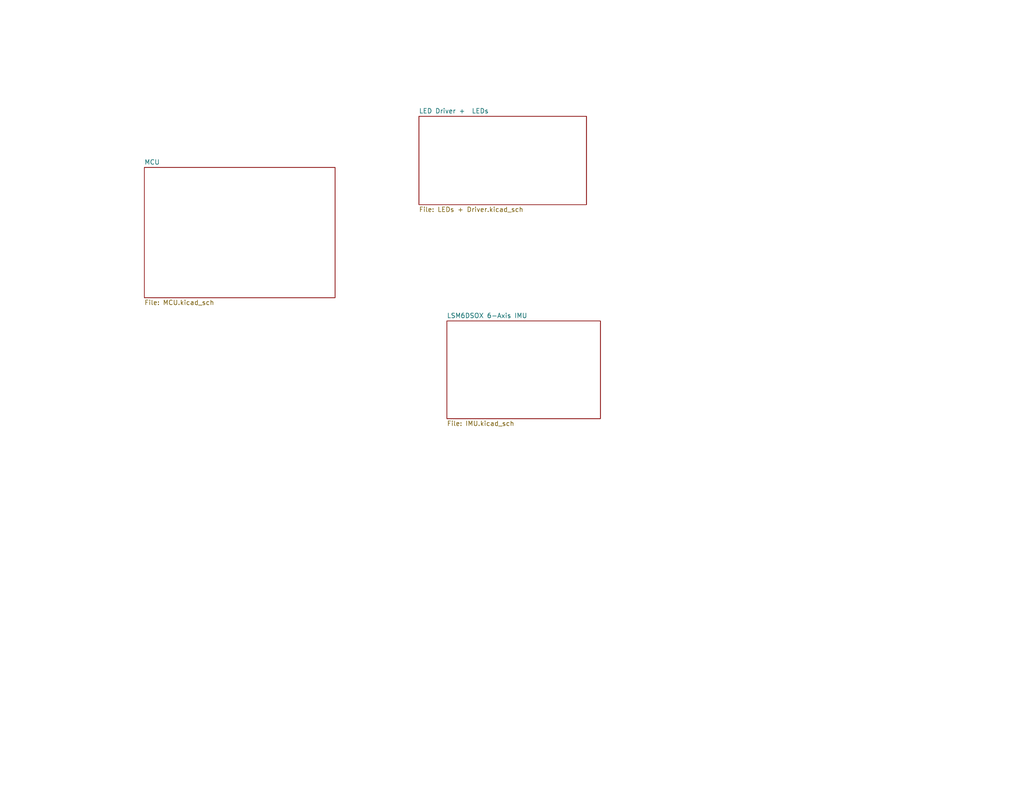
<source format=kicad_sch>
(kicad_sch
	(version 20231120)
	(generator "eeschema")
	(generator_version "8.0")
	(uuid "a75630d2-15a7-42bc-8ce0-7846cbd1da6b")
	(paper "A")
	(title_block
		(title "Hourglass")
		(date "2025-02-01")
		(rev "01")
	)
	(lib_symbols)
	(sheet
		(at 114.3 31.75)
		(size 45.72 24.13)
		(fields_autoplaced yes)
		(stroke
			(width 0.1524)
			(type solid)
		)
		(fill
			(color 0 0 0 0.0000)
		)
		(uuid "9c708963-e8cc-42a5-9c83-1e957695e1ca")
		(property "Sheetname" "LED Driver +  LEDs"
			(at 114.3 31.0384 0)
			(effects
				(font
					(size 1.27 1.27)
				)
				(justify left bottom)
			)
		)
		(property "Sheetfile" "LEDs + Driver.kicad_sch"
			(at 114.3 56.4646 0)
			(effects
				(font
					(size 1.27 1.27)
				)
				(justify left top)
			)
		)
		(instances
			(project "Hourglass_PCBA"
				(path "/a75630d2-15a7-42bc-8ce0-7846cbd1da6b"
					(page "3")
				)
			)
		)
	)
	(sheet
		(at 39.37 45.72)
		(size 52.07 35.56)
		(fields_autoplaced yes)
		(stroke
			(width 0.1524)
			(type solid)
		)
		(fill
			(color 0 0 0 0.0000)
		)
		(uuid "c8d454a4-a64d-492c-9043-c9910b58426e")
		(property "Sheetname" "MCU"
			(at 39.37 45.0084 0)
			(effects
				(font
					(size 1.27 1.27)
				)
				(justify left bottom)
			)
		)
		(property "Sheetfile" "MCU.kicad_sch"
			(at 39.37 81.8646 0)
			(effects
				(font
					(size 1.27 1.27)
				)
				(justify left top)
			)
		)
		(instances
			(project "Hourglass_PCBA"
				(path "/a75630d2-15a7-42bc-8ce0-7846cbd1da6b"
					(page "2")
				)
			)
		)
	)
	(sheet
		(at 121.92 87.63)
		(size 41.91 26.67)
		(fields_autoplaced yes)
		(stroke
			(width 0.1524)
			(type solid)
		)
		(fill
			(color 0 0 0 0.0000)
		)
		(uuid "e8095abd-2da6-4096-a23d-04399ef236ae")
		(property "Sheetname" "LSM6DSOX 6-Axis IMU"
			(at 121.92 86.9184 0)
			(effects
				(font
					(size 1.27 1.27)
				)
				(justify left bottom)
			)
		)
		(property "Sheetfile" "IMU.kicad_sch"
			(at 121.92 114.8846 0)
			(effects
				(font
					(size 1.27 1.27)
				)
				(justify left top)
			)
		)
		(instances
			(project "Hourglass_PCBA"
				(path "/a75630d2-15a7-42bc-8ce0-7846cbd1da6b"
					(page "6")
				)
			)
		)
	)
	(sheet_instances
		(path "/"
			(page "1")
		)
	)
)

</source>
